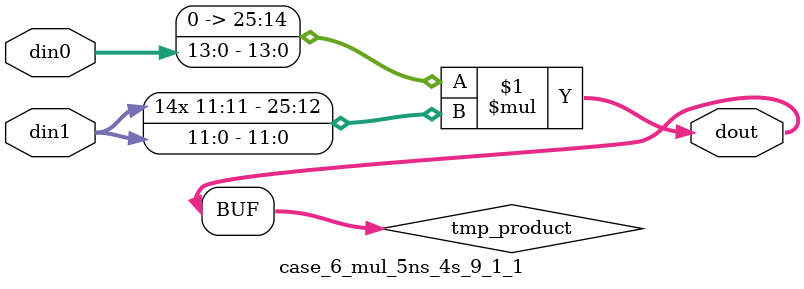
<source format=v>

`timescale 1 ns / 1 ps

 (* use_dsp = "no" *)  module case_6_mul_5ns_4s_9_1_1(din0, din1, dout);
parameter ID = 1;
parameter NUM_STAGE = 0;
parameter din0_WIDTH = 14;
parameter din1_WIDTH = 12;
parameter dout_WIDTH = 26;

input [din0_WIDTH - 1 : 0] din0; 
input [din1_WIDTH - 1 : 0] din1; 
output [dout_WIDTH - 1 : 0] dout;

wire signed [dout_WIDTH - 1 : 0] tmp_product;

























assign tmp_product = $signed({1'b0, din0}) * $signed(din1);










assign dout = tmp_product;





















endmodule

</source>
